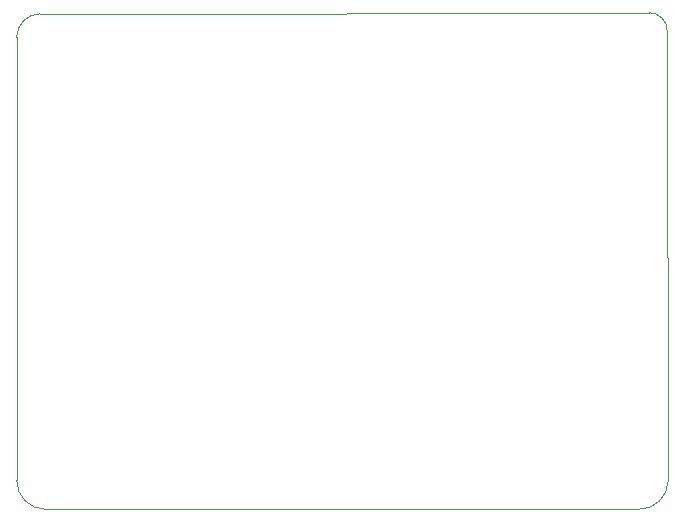
<source format=gm1>
G04 #@! TF.GenerationSoftware,KiCad,Pcbnew,8.0.8*
G04 #@! TF.CreationDate,2025-03-14T23:10:01+01:00*
G04 #@! TF.ProjectId,epdiy-v7-raw,65706469-792d-4763-972d-7261772e6b69,1.1*
G04 #@! TF.SameCoordinates,Original*
G04 #@! TF.FileFunction,Profile,NP*
%FSLAX46Y46*%
G04 Gerber Fmt 4.6, Leading zero omitted, Abs format (unit mm)*
G04 Created by KiCad (PCBNEW 8.0.8) date 2025-03-14 23:10:01*
%MOMM*%
%LPD*%
G01*
G04 APERTURE LIST*
G04 #@! TA.AperFunction,Profile*
%ADD10C,0.050000*%
G04 #@! TD*
G04 APERTURE END LIST*
D10*
X73414099Y-120499950D02*
X73414199Y-83000000D01*
X75863579Y-122949449D02*
X126033252Y-122947172D01*
X73414199Y-83000000D02*
G75*
G02*
X75414199Y-80999999I2000001J0D01*
G01*
X126971216Y-80904215D02*
X75414199Y-81000000D01*
X128587651Y-120500000D02*
X128500000Y-82500000D01*
X126971216Y-80904215D02*
G75*
G02*
X128499983Y-82499999I-116J-1530285D01*
G01*
X75863579Y-122949449D02*
G75*
G02*
X73414099Y-120499950I141J2449621D01*
G01*
X128587651Y-120500000D02*
G75*
G02*
X126033252Y-122947172I-2449539J122D01*
G01*
M02*

</source>
